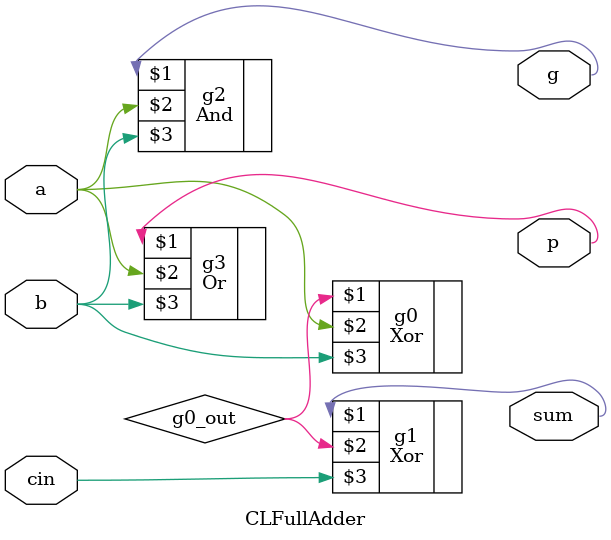
<source format=v>
module CLFullAdder(sum, p, g, a, b, cin);

    output sum, p, g;
    input a, b, cin;
    wire g0_out;

    Xor g0(g0_out, a, b);
    Xor g1(sum, g0_out, cin);
    And g2(g, a, b);
    Or g3(p, a, b);

endmodule


</source>
